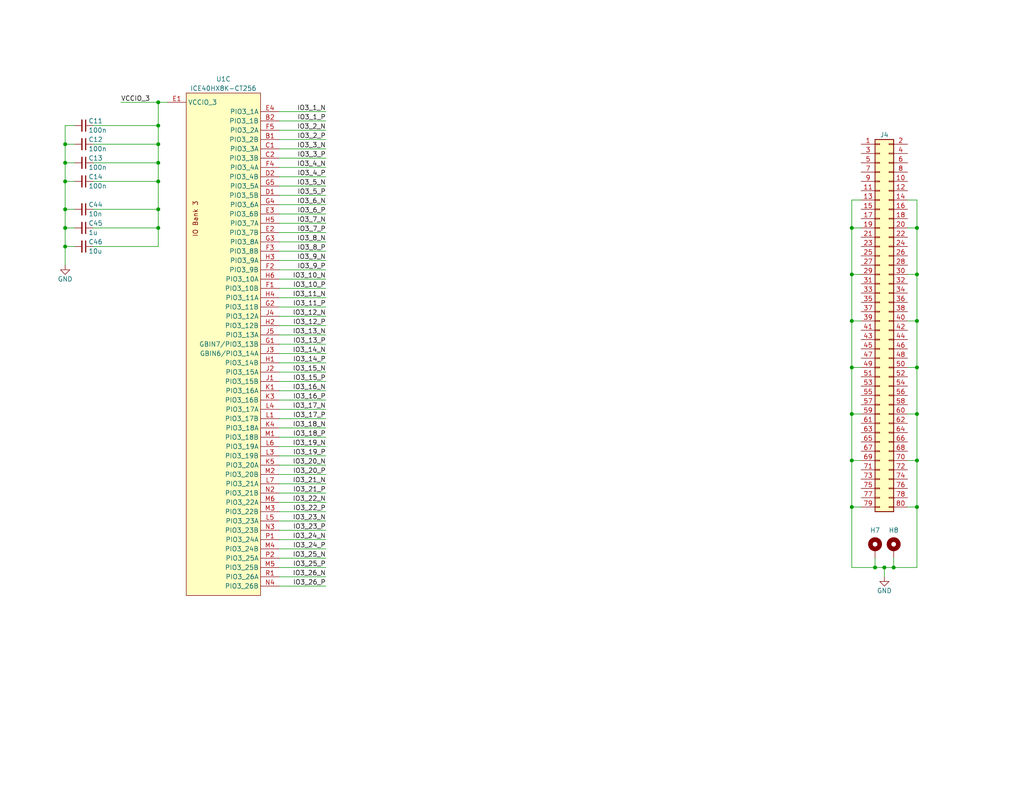
<source format=kicad_sch>
(kicad_sch (version 20211123) (generator eeschema)
  (paper "USLetter")
  (title_block (title "iCE40HX8K Development Board") (date "2022-04-30") (rev "0.1") (company "© 2022 Sam Hanes, licensed under CERN-OHL-S v2+") (comment 1 "https://github.com/Elemecca/ice40-dev"))
  (lib_symbols
    (symbol "0Local:ICE40HX8K-CT256"
      (property "Reference" "U" (at 0 6.35 0))
      (property "Value" "ICE40HX8K-CT256" (at 0 3.81 0))
      (symbol "ICE40HX8K-CT256_1_0"
        (text "Power Input" (at 7.62 -19.05 900) (effects (font (size 1.27 1.27))))
      )
      (symbol "ICE40HX8K-CT256_1_1"
        (rectangle (start -10.16 2.54) (end 10.16 -40.64) (fill (type background)))
        (pin passive line (at -15.24 -38.1 0) (length 5.08) hide (name "GND") (number "A12"))
        (pin passive line (at -15.24 0 0) (length 5.08) hide (name "VCC") (number "A14"))
        (pin passive line (at -15.24 -38.1 0) (length 5.08) hide (name "GND") (number "A4"))
        (pin power_in line (at -15.24 -30.48 0) (length 5.08) (name "VPP_FAST") (number "D12"))
        (pin power_in line (at -15.24 -27.94 0) (length 5.08) (name "VPP_2V5") (number "E12"))
        (pin passive line (at -15.24 -38.1 0) (length 5.08) hide (name "GND") (number "E15"))
        (pin power_in line (at -15.24 -20.32 0) (length 5.08) (name "GNDPLL1") (number "E7"))
        (pin power_in line (at -15.24 -17.78 0) (length 5.08) (name "VCCPLL1") (number "E8"))
        (pin passive line (at -15.24 0 0) (length 5.08) hide (name "VCC") (number "F10"))
        (pin power_in line (at -15.24 0 0) (length 5.08) (name "VCC") (number "F6"))
        (pin passive line (at -15.24 -38.1 0) (length 5.08) hide (name "GND") (number "G7"))
        (pin passive line (at -15.24 -38.1 0) (length 5.08) hide (name "GND") (number "G8"))
        (pin passive line (at -15.24 -38.1 0) (length 5.08) hide (name "GND") (number "G9"))
        (pin passive line (at -15.24 -38.1 0) (length 5.08) hide (name "GND") (number "H7"))
        (pin passive line (at -15.24 -38.1 0) (length 5.08) hide (name "GND") (number "H8"))
        (pin passive line (at -15.24 -38.1 0) (length 5.08) hide (name "GND") (number "H9"))
        (pin passive line (at -15.24 -38.1 0) (length 5.08) hide (name "GND") (number "J7"))
        (pin passive line (at -15.24 -38.1 0) (length 5.08) hide (name "GND") (number "J8"))
        (pin passive line (at -15.24 -38.1 0) (length 5.08) hide (name "GND") (number "J9"))
        (pin passive line (at -15.24 0 0) (length 5.08) hide (name "VCC") (number "K10"))
        (pin passive line (at -15.24 -38.1 0) (length 5.08) hide (name "GND") (number "K2"))
        (pin passive line (at -15.24 0 0) (length 5.08) hide (name "VCC") (number "K6"))
        (pin passive line (at -15.24 -38.1 0) (length 5.08) hide (name "GND") (number "K7"))
        (pin passive line (at -15.24 -38.1 0) (length 5.08) hide (name "GND") (number "L15"))
        (pin passive line (at -15.24 0 0) (length 5.08) hide (name "VCC") (number "L2"))
        (pin power_in line (at -15.24 -7.62 0) (length 5.08) (name "VCCPLL0") (number "L8"))
        (pin power_in line (at -15.24 -10.16 0) (length 5.08) (name "GNDPLL0") (number "N8"))
        (pin passive line (at -15.24 -38.1 0) (length 5.08) hide (name "GND") (number "R7"))
        (pin passive line (at -15.24 -38.1 0) (length 5.08) hide (name "GND") (number "T12"))
        (pin power_in line (at -15.24 -38.1 0) (length 5.08) (name "GND") (number "T4"))
      )
      (symbol "ICE40HX8K-CT256_2_0"
        (polyline (pts (xy -10.16 -15.24) (xy 10.16 -15.24)))
        (text "Config SPI" (at 7.62 -6.35 900) (effects (font (size 1.27 1.27))))
        (text "VCCIO_2" (at 3.81 -19.05 0) (effects (font (size 1.27 1.27))))
      )
      (symbol "ICE40HX8K-CT256_2_1"
        (rectangle (start -10.16 2.54) (end 10.16 -22.86) (fill (type background)))
        (pin output line (at -15.24 -17.78 0) (length 5.08) (name "CDONE") (number "M10"))
        (pin input line (at -15.24 -20.32 0) (length 5.08) (name "~{CRESET}") (number "N11"))
        (pin power_in line (at -15.24 0 0) (length 5.08) (name "VCC_SPI") (number "N13"))
        (pin bidirectional line (at -15.24 -7.62 0) (length 5.08) (name "SDI") (number "P11"))
        (pin bidirectional line (at -15.24 -10.16 0) (length 5.08) (name "SDO") (number "P12"))
        (pin bidirectional line (at -15.24 -5.08 0) (length 5.08) (name "SCK") (number "R11"))
        (pin bidirectional line (at -15.24 -12.7 0) (length 5.08) (name "~{SS}") (number "R12"))
      )
      (symbol "ICE40HX8K-CT256_3_0"
        (text "IO Bank 3" (at -7.62 -31.75 900) (effects (font (size 1.27 1.27))))
      )
      (symbol "ICE40HX8K-CT256_3_1"
        (rectangle (start -10.16 2.54) (end 10.16 -134.62) (fill (type background)))
        (pin tri_state line (at 15.24 -10.16 180) (length 5.08) (name "PIO3_2B") (number "B1"))
        (pin tri_state line (at 15.24 -5.08 180) (length 5.08) (name "PIO3_1B") (number "B2"))
        (pin tri_state line (at 15.24 -12.7 180) (length 5.08) (name "PIO3_3A") (number "C1"))
        (pin tri_state line (at 15.24 -15.24 180) (length 5.08) (name "PIO3_3B") (number "C2"))
        (pin tri_state line (at 15.24 -25.4 180) (length 5.08) (name "PIO3_5B") (number "D1"))
        (pin tri_state line (at 15.24 -20.32 180) (length 5.08) (name "PIO3_4B") (number "D2"))
        (pin power_in line (at -15.24 0 0) (length 5.08) (name "VCCIO_3") (number "E1"))
        (pin tri_state line (at 15.24 -35.56 180) (length 5.08) (name "PIO3_7B") (number "E2"))
        (pin tri_state line (at 15.24 -30.48 180) (length 5.08) (name "PIO3_6B") (number "E3"))
        (pin tri_state line (at 15.24 -2.54 180) (length 5.08) (name "PIO3_1A") (number "E4"))
        (pin tri_state line (at 15.24 -50.8 180) (length 5.08) (name "PIO3_10B") (number "F1"))
        (pin tri_state line (at 15.24 -45.72 180) (length 5.08) (name "PIO3_9B") (number "F2"))
        (pin tri_state line (at 15.24 -40.64 180) (length 5.08) (name "PIO3_8B") (number "F3"))
        (pin tri_state line (at 15.24 -17.78 180) (length 5.08) (name "PIO3_4A") (number "F4"))
        (pin tri_state line (at 15.24 -7.62 180) (length 5.08) (name "PIO3_2A") (number "F5"))
        (pin tri_state line (at 15.24 -66.04 180) (length 5.08) (name "GBIN7/PIO3_13B") (number "G1"))
        (pin tri_state line (at 15.24 -55.88 180) (length 5.08) (name "PIO3_11B") (number "G2"))
        (pin tri_state line (at 15.24 -38.1 180) (length 5.08) (name "PIO3_8A") (number "G3"))
        (pin tri_state line (at 15.24 -27.94 180) (length 5.08) (name "PIO3_6A") (number "G4"))
        (pin tri_state line (at 15.24 -22.86 180) (length 5.08) (name "PIO3_5A") (number "G5"))
        (pin passive line (at -15.24 0 0) (length 5.08) hide (name "VCCIO_3") (number "G6"))
        (pin tri_state line (at 15.24 -71.12 180) (length 5.08) (name "PIO3_14B") (number "H1"))
        (pin tri_state line (at 15.24 -60.96 180) (length 5.08) (name "PIO3_12B") (number "H2"))
        (pin tri_state line (at 15.24 -43.18 180) (length 5.08) (name "PIO3_9A") (number "H3"))
        (pin tri_state line (at 15.24 -53.34 180) (length 5.08) (name "PIO3_11A") (number "H4"))
        (pin tri_state line (at 15.24 -33.02 180) (length 5.08) (name "PIO3_7A") (number "H5"))
        (pin tri_state line (at 15.24 -48.26 180) (length 5.08) (name "PIO3_10A") (number "H6"))
        (pin tri_state line (at 15.24 -76.2 180) (length 5.08) (name "PIO3_15B") (number "J1"))
        (pin tri_state line (at 15.24 -73.66 180) (length 5.08) (name "PIO3_15A") (number "J2"))
        (pin tri_state line (at 15.24 -68.58 180) (length 5.08) (name "GBIN6/PIO3_14A") (number "J3"))
        (pin tri_state line (at 15.24 -58.42 180) (length 5.08) (name "PIO3_12A") (number "J4"))
        (pin tri_state line (at 15.24 -63.5 180) (length 5.08) (name "PIO3_13A") (number "J5"))
        (pin passive line (at -15.24 0 0) (length 5.08) hide (name "VCCIO_3") (number "J6"))
        (pin tri_state line (at 15.24 -78.74 180) (length 5.08) (name "PIO3_16A") (number "K1"))
        (pin tri_state line (at 15.24 -81.28 180) (length 5.08) (name "PIO3_16B") (number "K3"))
        (pin tri_state line (at 15.24 -88.9 180) (length 5.08) (name "PIO3_18A") (number "K4"))
        (pin tri_state line (at 15.24 -99.06 180) (length 5.08) (name "PIO3_20A") (number "K5"))
        (pin tri_state line (at 15.24 -86.36 180) (length 5.08) (name "PIO3_17B") (number "L1"))
        (pin tri_state line (at 15.24 -96.52 180) (length 5.08) (name "PIO3_19B") (number "L3"))
        (pin tri_state line (at 15.24 -83.82 180) (length 5.08) (name "PIO3_17A") (number "L4"))
        (pin tri_state line (at 15.24 -114.3 180) (length 5.08) (name "PIO3_23A") (number "L5"))
        (pin tri_state line (at 15.24 -93.98 180) (length 5.08) (name "PIO3_19A") (number "L6"))
        (pin tri_state line (at 15.24 -104.14 180) (length 5.08) (name "PIO3_21A") (number "L7"))
        (pin tri_state line (at 15.24 -91.44 180) (length 5.08) (name "PIO3_18B") (number "M1"))
        (pin tri_state line (at 15.24 -101.6 180) (length 5.08) (name "PIO3_20B") (number "M2"))
        (pin tri_state line (at 15.24 -111.76 180) (length 5.08) (name "PIO3_22B") (number "M3"))
        (pin tri_state line (at 15.24 -121.92 180) (length 5.08) (name "PIO3_24B") (number "M4"))
        (pin tri_state line (at 15.24 -127 180) (length 5.08) (name "PIO3_25B") (number "M5"))
        (pin tri_state line (at 15.24 -109.22 180) (length 5.08) (name "PIO3_22A") (number "M6"))
        (pin passive line (at -15.24 0 0) (length 5.08) hide (name "VCCIO_3") (number "N1"))
        (pin tri_state line (at 15.24 -106.68 180) (length 5.08) (name "PIO3_21B") (number "N2"))
        (pin tri_state line (at 15.24 -116.84 180) (length 5.08) (name "PIO3_23B") (number "N3"))
        (pin tri_state line (at 15.24 -132.08 180) (length 5.08) (name "PIO3_26B") (number "N4"))
        (pin tri_state line (at 15.24 -119.38 180) (length 5.08) (name "PIO3_24A") (number "P1"))
        (pin tri_state line (at 15.24 -124.46 180) (length 5.08) (name "PIO3_25A") (number "P2"))
        (pin tri_state line (at 15.24 -129.54 180) (length 5.08) (name "PIO3_26A") (number "R1"))
      )
      (symbol "ICE40HX8K-CT256_4_0"
        (text "IO Bank 2" (at -7.62 -33.02 900) (effects (font (size 1.27 1.27))))
      )
      (symbol "ICE40HX8K-CT256_4_1"
        (rectangle (start -10.16 2.54) (end 10.16 -119.38) (fill (type background)))
        (pin tri_state line (at 15.24 -114.3 180) (length 5.08) (name "CBSEL0/PIO2_103") (number "K11"))
        (pin power_in line (at -15.24 0 0) (length 5.08) (name "VCCIO_2") (number "K8"))
        (pin tri_state line (at 15.24 -71.12 180) (length 5.08) (name "GBIN4/PIO2_82") (number "K9"))
        (pin tri_state line (at 15.24 -78.74 180) (length 5.08) (name "PIO2_85") (number "L10"))
        (pin tri_state line (at 15.24 -104.14 180) (length 5.08) (name "PIO2_99") (number "L11"))
        (pin tri_state line (at 15.24 -50.8 180) (length 5.08) (name "PIO2_74") (number "L9"))
        (pin tri_state line (at 15.24 -96.52 180) (length 5.08) (name "PIO2_93") (number "M11"))
        (pin tri_state line (at 15.24 -109.22 180) (length 5.08) (name "PIO2_101") (number "M12"))
        (pin tri_state line (at 15.24 -30.48 180) (length 5.08) (name "PIO2_64") (number "M7"))
        (pin tri_state line (at 15.24 -38.1 180) (length 5.08) (name "PIO2_68") (number "M8"))
        (pin tri_state line (at 15.24 -66.04 180) (length 5.08) (name "PIO2_80") (number "M9"))
        (pin tri_state line (at 15.24 -83.82 180) (length 5.08) (name "PIO2_87") (number "N10"))
        (pin tri_state line (at 15.24 -101.6 180) (length 5.08) (name "PIO2_98") (number "N12"))
        (pin tri_state line (at 15.24 -12.7 180) (length 5.08) (name "PIO2_56") (number "N5"))
        (pin tri_state line (at 15.24 -2.54 180) (length 5.08) (name "PIO2_52") (number "N6"))
        (pin tri_state line (at 15.24 -33.02 180) (length 5.08) (name "PIO2_66") (number "N7"))
        (pin tri_state line (at 15.24 -60.96 180) (length 5.08) (name "PIO2_78") (number "N9"))
        (pin tri_state line (at 15.24 -81.28 180) (length 5.08) (name "PIO2_86") (number "P10"))
        (pin tri_state line (at 15.24 -116.84 180) (length 5.08) (name "CBSEL1/PIO2_104") (number "P13"))
        (pin passive line (at -15.24 0 0) (length 5.08) hide (name "VCCIO_2") (number "P3"))
        (pin tri_state line (at 15.24 -7.62 180) (length 5.08) (name "PIO2_54") (number "P4"))
        (pin tri_state line (at 15.24 -17.78 180) (length 5.08) (name "PIO2_58") (number "P5"))
        (pin tri_state line (at 15.24 -35.56 180) (length 5.08) (name "PIO2_67") (number "P6"))
        (pin tri_state line (at 15.24 -58.42 180) (length 5.08) (name "PIO2_77") (number "P7"))
        (pin tri_state line (at 15.24 -45.72 180) (length 5.08) (name "PIO2_72") (number "P8"))
        (pin tri_state line (at 15.24 -73.66 180) (length 5.08) (name "PIO2_83") (number "P9"))
        (pin tri_state line (at 15.24 -76.2 180) (length 5.08) (name "PIO2_84") (number "R10"))
        (pin passive line (at -15.24 0 0) (length 5.08) hide (name "VCCIO_2") (number "R13"))
        (pin tri_state line (at 15.24 -111.76 180) (length 5.08) (name "PIO2_102") (number "R16"))
        (pin tri_state line (at 15.24 -10.16 180) (length 5.08) (name "PIO2_55") (number "R2"))
        (pin tri_state line (at 15.24 -20.32 180) (length 5.08) (name "PIO2_59") (number "R3"))
        (pin tri_state line (at 15.24 -27.94 180) (length 5.08) (name "PIO2_63") (number "R4"))
        (pin tri_state line (at 15.24 -22.86 180) (length 5.08) (name "PIO2_60") (number "R5"))
        (pin tri_state line (at 15.24 -43.18 180) (length 5.08) (name "PIO2_71") (number "R6"))
        (pin passive line (at -15.24 0 0) (length 5.08) hide (name "VCCIO_2") (number "R8"))
        (pin tri_state line (at 15.24 -68.58 180) (length 5.08) (name "GBIN5/PIO2_81") (number "R9"))
        (pin tri_state line (at 15.24 -5.08 180) (length 5.08) (name "PIO2_53") (number "T1"))
        (pin tri_state line (at 15.24 -86.36 180) (length 5.08) (name "PIO2_88") (number "T10"))
        (pin tri_state line (at 15.24 -88.9 180) (length 5.08) (name "PIO2_89") (number "T11"))
        (pin tri_state line (at 15.24 -99.06 180) (length 5.08) (name "PIO2_94") (number "T13"))
        (pin tri_state line (at 15.24 -93.98 180) (length 5.08) (name "PIO2_92") (number "T14"))
        (pin tri_state line (at 15.24 -91.44 180) (length 5.08) (name "PIO2_91") (number "T15"))
        (pin tri_state line (at 15.24 -106.68 180) (length 5.08) (name "PIO2_100") (number "T16"))
        (pin tri_state line (at 15.24 -15.24 180) (length 5.08) (name "PIO2_57") (number "T2"))
        (pin tri_state line (at 15.24 -25.4 180) (length 5.08) (name "PIO2_61") (number "T3"))
        (pin tri_state line (at 15.24 -40.64 180) (length 5.08) (name "PIO2_69") (number "T5"))
        (pin tri_state line (at 15.24 -48.26 180) (length 5.08) (name "PIO2_73") (number "T6"))
        (pin tri_state line (at 15.24 -53.34 180) (length 5.08) (name "PIO2_75") (number "T7"))
        (pin tri_state line (at 15.24 -55.88 180) (length 5.08) (name "PIO2_76") (number "T8"))
        (pin tri_state line (at 15.24 -63.5 180) (length 5.08) (name "PIO2_79") (number "T9"))
      )
      (symbol "ICE40HX8K-CT256_5_0"
        (text "IO Bank 1" (at -7.62 -35.56 900) (effects (font (size 1.27 1.27))))
      )
      (symbol "ICE40HX8K-CT256_5_1"
        (rectangle (start -10.16 2.54) (end 10.16 -134.62) (fill (type background)))
        (pin tri_state line (at 15.24 -127 180) (length 5.08) (name "PIO1_165") (number "B16"))
        (pin power_in line (at -15.24 0 0) (length 5.08) (name "VCCIO_1") (number "C15"))
        (pin tri_state line (at 15.24 -121.92 180) (length 5.08) (name "PIO1_161") (number "C16"))
        (pin tri_state line (at 15.24 -132.08 180) (length 5.08) (name "PIO1_167") (number "D14"))
        (pin tri_state line (at 15.24 -114.3 180) (length 5.08) (name "PIO1_157") (number "D15"))
        (pin tri_state line (at 15.24 -104.14 180) (length 5.08) (name "PIO1_153") (number "D16"))
        (pin tri_state line (at 15.24 -129.54 180) (length 5.08) (name "PIO1_166") (number "E13"))
        (pin tri_state line (at 15.24 -119.38 180) (length 5.08) (name "PIO1_160") (number "E14"))
        (pin tri_state line (at 15.24 -99.06 180) (length 5.08) (name "PIO1_151") (number "E16"))
        (pin tri_state line (at 15.24 -116.84 180) (length 5.08) (name "PIO1_158") (number "F11"))
        (pin tri_state line (at 15.24 -111.76 180) (length 5.08) (name "PIO1_156") (number "F12"))
        (pin tri_state line (at 15.24 -124.46 180) (length 5.08) (name "PIO1_162") (number "F13"))
        (pin tri_state line (at 15.24 -109.22 180) (length 5.08) (name "PIO1_155") (number "F14"))
        (pin tri_state line (at 15.24 -93.98 180) (length 5.08) (name "PIO1_149") (number "F15"))
        (pin tri_state line (at 15.24 -88.9 180) (length 5.08) (name "PIO1_147") (number "F16"))
        (pin tri_state line (at 15.24 -86.36 180) (length 5.08) (name "PIO1_146") (number "G10"))
        (pin tri_state line (at 15.24 -91.44 180) (length 5.08) (name "PIO1_148") (number "G11"))
        (pin tri_state line (at 15.24 -106.68 180) (length 5.08) (name "PIO1_154") (number "G12"))
        (pin tri_state line (at 15.24 -101.6 180) (length 5.08) (name "PIO1_152") (number "G13"))
        (pin tri_state line (at 15.24 -96.52 180) (length 5.08) (name "PIO1_150") (number "G14"))
        (pin tri_state line (at 15.24 -83.82 180) (length 5.08) (name "PIO1_145") (number "G15"))
        (pin tri_state line (at 15.24 -78.74 180) (length 5.08) (name "PIO1_143") (number "G16"))
        (pin passive line (at -15.24 0 0) (length 5.08) hide (name "VCCIO_1") (number "H10"))
        (pin tri_state line (at 15.24 -71.12 180) (length 5.08) (name "GBIN3/PIO1_140") (number "H11"))
        (pin tri_state line (at 15.24 -81.28 180) (length 5.08) (name "PIO1_144") (number "H12"))
        (pin tri_state line (at 15.24 -68.58 180) (length 5.08) (name "PIO1_139") (number "H13"))
        (pin tri_state line (at 15.24 -76.2 180) (length 5.08) (name "PIO1_142") (number "H14"))
        (pin passive line (at -15.24 0 0) (length 5.08) hide (name "VCCIO_1") (number "H15"))
        (pin tri_state line (at 15.24 -73.66 180) (length 5.08) (name "GBIN2/PIO1_141") (number "H16"))
        (pin tri_state line (at 15.24 -35.56 180) (length 5.08) (name "PIO1_122") (number "J10"))
        (pin tri_state line (at 15.24 -40.64 180) (length 5.08) (name "PIO1_126") (number "J11"))
        (pin tri_state line (at 15.24 -60.96 180) (length 5.08) (name "PIO1_136") (number "J12"))
        (pin tri_state line (at 15.24 -63.5 180) (length 5.08) (name "PIO1_137") (number "J13"))
        (pin tri_state line (at 15.24 -58.42 180) (length 5.08) (name "PIO1_134") (number "J14"))
        (pin tri_state line (at 15.24 -50.8 180) (length 5.08) (name "PIO1_130") (number "J15"))
        (pin tri_state line (at 15.24 -66.04 180) (length 5.08) (name "PIO1_138") (number "J16"))
        (pin tri_state line (at 15.24 -30.48 180) (length 5.08) (name "PIO1_120") (number "K12"))
        (pin tri_state line (at 15.24 -45.72 180) (length 5.08) (name "PIO1_128") (number "K13"))
        (pin tri_state line (at 15.24 -48.26 180) (length 5.08) (name "PIO1_129") (number "K14"))
        (pin tri_state line (at 15.24 -53.34 180) (length 5.08) (name "PIO1_131") (number "K15"))
        (pin tri_state line (at 15.24 -55.88 180) (length 5.08) (name "PIO1_133") (number "K16"))
        (pin tri_state line (at 15.24 -20.32 180) (length 5.08) (name "PIO1_116") (number "L12"))
        (pin tri_state line (at 15.24 -25.4 180) (length 5.08) (name "PIO1_118") (number "L13"))
        (pin tri_state line (at 15.24 -27.94 180) (length 5.08) (name "PIO1_119") (number "L14"))
        (pin tri_state line (at 15.24 -43.18 180) (length 5.08) (name "PIO1_127") (number "L16"))
        (pin tri_state line (at 15.24 -15.24 180) (length 5.08) (name "PIO1_114") (number "M13"))
        (pin tri_state line (at 15.24 -17.78 180) (length 5.08) (name "PIO1_115") (number "M14"))
        (pin tri_state line (at 15.24 -38.1 180) (length 5.08) (name "PIO1_123") (number "M15"))
        (pin tri_state line (at 15.24 -33.02 180) (length 5.08) (name "PIO1_121") (number "M16"))
        (pin no_connect line (at -10.16 -132.08 0) (length 5.08) hide (name "NC") (number "N14"))
        (pin passive line (at -15.24 0 0) (length 5.08) hide (name "VCCIO_1") (number "N15"))
        (pin tri_state line (at 15.24 -22.86 180) (length 5.08) (name "PIO1_117") (number "N16"))
        (pin tri_state line (at 15.24 -7.62 180) (length 5.08) (name "PIO1_111") (number "P14"))
        (pin tri_state line (at 15.24 -10.16 180) (length 5.08) (name "PIO1_112") (number "P15"))
        (pin tri_state line (at 15.24 -12.7 180) (length 5.08) (name "PIO1_113") (number "P16"))
        (pin tri_state line (at 15.24 -2.54 180) (length 5.08) (name "PIO1_109") (number "R14"))
        (pin tri_state line (at 15.24 -5.08 180) (length 5.08) (name "PIO1_110") (number "R15"))
      )
      (symbol "ICE40HX8K-CT256_6_0"
        (text "IO Bank 0" (at -7.62 -31.75 900) (effects (font (size 1.27 1.27))))
      )
      (symbol "ICE40HX8K-CT256_6_1"
        (rectangle (start -10.16 2.54) (end 10.16 -134.62) (fill (type background)))
        (pin tri_state line (at 15.24 -114.3 180) (length 5.08) (name "PIO0_220") (number "A1"))
        (pin tri_state line (at 15.24 -45.72 180) (length 5.08) (name "PIO0_186") (number "A10"))
        (pin tri_state line (at 15.24 -48.26 180) (length 5.08) (name "PIO0_187") (number "A11"))
        (pin power_in line (at -15.24 0 0) (length 5.08) (name "VCCIO_0") (number "A13"))
        (pin tri_state line (at 15.24 -22.86 180) (length 5.08) (name "PIO0_177") (number "A15"))
        (pin tri_state line (at 15.24 -20.32 180) (length 5.08) (name "PIO0_176") (number "A16"))
        (pin tri_state line (at 15.24 -109.22 180) (length 5.08) (name "PIO0_218") (number "A2"))
        (pin passive line (at -15.24 0 0) (length 5.08) hide (name "VCCIO_0") (number "A3"))
        (pin tri_state line (at 15.24 -99.06 180) (length 5.08) (name "PIO0_213") (number "A5"))
        (pin tri_state line (at 15.24 -93.98 180) (length 5.08) (name "PIO0_211") (number "A6"))
        (pin tri_state line (at 15.24 -78.74 180) (length 5.08) (name "PIO0_205") (number "A7"))
        (pin passive line (at -15.24 0 0) (length 5.08) hide (name "VCCIO_0") (number "A8"))
        (pin tri_state line (at 15.24 -60.96 180) (length 5.08) (name "PIO0_194") (number "A9"))
        (pin tri_state line (at 15.24 -38.1 180) (length 5.08) (name "PIO0_183") (number "B10"))
        (pin tri_state line (at 15.24 -40.64 180) (length 5.08) (name "PIO0_184") (number "B11"))
        (pin tri_state line (at 15.24 -35.56 180) (length 5.08) (name "PIO0_182") (number "B12"))
        (pin tri_state line (at 15.24 -25.4 180) (length 5.08) (name "PIO0_178") (number "B13"))
        (pin tri_state line (at 15.24 -10.16 180) (length 5.08) (name "PIO0_171") (number "B14"))
        (pin tri_state line (at 15.24 -5.08 180) (length 5.08) (name "PIO0_169") (number "B15"))
        (pin tri_state line (at 15.24 -121.92 180) (length 5.08) (name "PIO0_223") (number "B3"))
        (pin tri_state line (at 15.24 -106.68 180) (length 5.08) (name "PIO0_216") (number "B4"))
        (pin tri_state line (at 15.24 -101.6 180) (length 5.08) (name "PIO0_214") (number "B5"))
        (pin tri_state line (at 15.24 -86.36 180) (length 5.08) (name "PIO0_208") (number "B6"))
        (pin tri_state line (at 15.24 -83.82 180) (length 5.08) (name "PIO0_207") (number "B7"))
        (pin tri_state line (at 15.24 -76.2 180) (length 5.08) (name "PIO0_203") (number "B8"))
        (pin tri_state line (at 15.24 -71.12 180) (length 5.08) (name "PIO0_199") (number "B9"))
        (pin tri_state line (at 15.24 -43.18 180) (length 5.08) (name "PIO0_185") (number "C10"))
        (pin tri_state line (at 15.24 -30.48 180) (length 5.08) (name "PIO0_180") (number "C11"))
        (pin tri_state line (at 15.24 -12.7 180) (length 5.08) (name "PIO0_172") (number "C12"))
        (pin tri_state line (at 15.24 -17.78 180) (length 5.08) (name "PIO0_174") (number "C13"))
        (pin tri_state line (at 15.24 -2.54 180) (length 5.08) (name "PIO0_168") (number "C14"))
        (pin tri_state line (at 15.24 -132.08 180) (length 5.08) (name "PIO0_227") (number "C3"))
        (pin tri_state line (at 15.24 -119.38 180) (length 5.08) (name "PIO0_222") (number "C4"))
        (pin tri_state line (at 15.24 -116.84 180) (length 5.08) (name "PIO0_221") (number "C5"))
        (pin tri_state line (at 15.24 -88.9 180) (length 5.08) (name "PIO0_209") (number "C6"))
        (pin tri_state line (at 15.24 -81.28 180) (length 5.08) (name "PIO0_206") (number "C7"))
        (pin tri_state line (at 15.24 -66.04 180) (length 5.08) (name "GBIN1/PIO0_197") (number "C8"))
        (pin tri_state line (at 15.24 -53.34 180) (length 5.08) (name "PIO0_191") (number "C9"))
        (pin tri_state line (at 15.24 -50.8 180) (length 5.08) (name "PIO0_190") (number "D10"))
        (pin tri_state line (at 15.24 -33.02 180) (length 5.08) (name "PIO0_181") (number "D11"))
        (pin tri_state line (at 15.24 -7.62 180) (length 5.08) (name "PIO0_170") (number "D13"))
        (pin tri_state line (at 15.24 -129.54 180) (length 5.08) (name "PIO0_226") (number "D3"))
        (pin tri_state line (at 15.24 -124.46 180) (length 5.08) (name "PIO0_224") (number "D4"))
        (pin tri_state line (at 15.24 -111.76 180) (length 5.08) (name "PIO0_219") (number "D5"))
        (pin tri_state line (at 15.24 -96.52 180) (length 5.08) (name "PIO0_212") (number "D6"))
        (pin tri_state line (at 15.24 -91.44 180) (length 5.08) (name "PIO0_210") (number "D7"))
        (pin tri_state line (at 15.24 -73.66 180) (length 5.08) (name "PIO0_200") (number "D8"))
        (pin tri_state line (at 15.24 -58.42 180) (length 5.08) (name "PIO0_193") (number "D9"))
        (pin tri_state line (at 15.24 -27.94 180) (length 5.08) (name "PIO0_179") (number "E10"))
        (pin tri_state line (at 15.24 -15.24 180) (length 5.08) (name "PIO0_173") (number "E11"))
        (pin tri_state line (at 15.24 -127 180) (length 5.08) (name "PIO0_225") (number "E5"))
        (pin tri_state line (at 15.24 -104.14 180) (length 5.08) (name "PIO0_215") (number "E6"))
        (pin tri_state line (at 15.24 -55.88 180) (length 5.08) (name "PIO0_192") (number "E9"))
        (pin tri_state line (at 15.24 -68.58 180) (length 5.08) (name "GBIN0/PIO0_198") (number "F7"))
        (pin passive line (at -15.24 0 0) (length 5.08) hide (name "VCCIO_0") (number "F8"))
        (pin tri_state line (at 15.24 -63.5 180) (length 5.08) (name "PIO0_196") (number "F9"))
      )
    )
    (symbol "Connector_Generic:Conn_02x40_Odd_Even" (pin_names (offset 1.016) hide)
      (property "Reference" "J" (at 1.27 50.8 0))
      (property "Value" "Conn_02x40_Odd_Even" (at 1.27 -53.34 0))
      (symbol "Conn_02x40_Odd_Even_1_1"
        (rectangle (start -1.27 -50.673) (end 0 -50.927) (stroke (width 0.1524)))
        (rectangle (start -1.27 -48.133) (end 0 -48.387) (stroke (width 0.1524)))
        (rectangle (start -1.27 -45.593) (end 0 -45.847) (stroke (width 0.1524)))
        (rectangle (start -1.27 -43.053) (end 0 -43.307) (stroke (width 0.1524)))
        (rectangle (start -1.27 -40.513) (end 0 -40.767) (stroke (width 0.1524)))
        (rectangle (start -1.27 -37.973) (end 0 -38.227) (stroke (width 0.1524)))
        (rectangle (start -1.27 -35.433) (end 0 -35.687) (stroke (width 0.1524)))
        (rectangle (start -1.27 -32.893) (end 0 -33.147) (stroke (width 0.1524)))
        (rectangle (start -1.27 -30.353) (end 0 -30.607) (stroke (width 0.1524)))
        (rectangle (start -1.27 -27.813) (end 0 -28.067) (stroke (width 0.1524)))
        (rectangle (start -1.27 -25.273) (end 0 -25.527) (stroke (width 0.1524)))
        (rectangle (start -1.27 -22.733) (end 0 -22.987) (stroke (width 0.1524)))
        (rectangle (start -1.27 -20.193) (end 0 -20.447) (stroke (width 0.1524)))
        (rectangle (start -1.27 -17.653) (end 0 -17.907) (stroke (width 0.1524)))
        (rectangle (start -1.27 -15.113) (end 0 -15.367) (stroke (width 0.1524)))
        (rectangle (start -1.27 -12.573) (end 0 -12.827) (stroke (width 0.1524)))
        (rectangle (start -1.27 -10.033) (end 0 -10.287) (stroke (width 0.1524)))
        (rectangle (start -1.27 -7.493) (end 0 -7.747) (stroke (width 0.1524)))
        (rectangle (start -1.27 -4.953) (end 0 -5.207) (stroke (width 0.1524)))
        (rectangle (start -1.27 -2.413) (end 0 -2.667) (stroke (width 0.1524)))
        (rectangle (start -1.27 0.127) (end 0 -0.127) (stroke (width 0.1524)))
        (rectangle (start -1.27 2.667) (end 0 2.413) (stroke (width 0.1524)))
        (rectangle (start -1.27 5.207) (end 0 4.953) (stroke (width 0.1524)))
        (rectangle (start -1.27 7.747) (end 0 7.493) (stroke (width 0.1524)))
        (rectangle (start -1.27 10.287) (end 0 10.033) (stroke (width 0.1524)))
        (rectangle (start -1.27 12.827) (end 0 12.573) (stroke (width 0.1524)))
        (rectangle (start -1.27 15.367) (end 0 15.113) (stroke (width 0.1524)))
        (rectangle (start -1.27 17.907) (end 0 17.653) (stroke (width 0.1524)))
        (rectangle (start -1.27 20.447) (end 0 20.193) (stroke (width 0.1524)))
        (rectangle (start -1.27 22.987) (end 0 22.733) (stroke (width 0.1524)))
        (rectangle (start -1.27 25.527) (end 0 25.273) (stroke (width 0.1524)))
        (rectangle (start -1.27 28.067) (end 0 27.813) (stroke (width 0.1524)))
        (rectangle (start -1.27 30.607) (end 0 30.353) (stroke (width 0.1524)))
        (rectangle (start -1.27 33.147) (end 0 32.893) (stroke (width 0.1524)))
        (rectangle (start -1.27 35.687) (end 0 35.433) (stroke (width 0.1524)))
        (rectangle (start -1.27 38.227) (end 0 37.973) (stroke (width 0.1524)))
        (rectangle (start -1.27 40.767) (end 0 40.513) (stroke (width 0.1524)))
        (rectangle (start -1.27 43.307) (end 0 43.053) (stroke (width 0.1524)))
        (rectangle (start -1.27 45.847) (end 0 45.593) (stroke (width 0.1524)))
        (rectangle (start -1.27 48.387) (end 0 48.133) (stroke (width 0.1524)))
        (rectangle (start -1.27 49.53) (end 3.81 -52.07) (stroke (width 0.254)) (fill (type background)))
        (rectangle (start 3.81 -50.673) (end 2.54 -50.927) (stroke (width 0.1524)))
        (rectangle (start 3.81 -48.133) (end 2.54 -48.387) (stroke (width 0.1524)))
        (rectangle (start 3.81 -45.593) (end 2.54 -45.847) (stroke (width 0.1524)))
        (rectangle (start 3.81 -43.053) (end 2.54 -43.307) (stroke (width 0.1524)))
        (rectangle (start 3.81 -40.513) (end 2.54 -40.767) (stroke (width 0.1524)))
        (rectangle (start 3.81 -37.973) (end 2.54 -38.227) (stroke (width 0.1524)))
        (rectangle (start 3.81 -35.433) (end 2.54 -35.687) (stroke (width 0.1524)))
        (rectangle (start 3.81 -32.893) (end 2.54 -33.147) (stroke (width 0.1524)))
        (rectangle (start 3.81 -30.353) (end 2.54 -30.607) (stroke (width 0.1524)))
        (rectangle (start 3.81 -27.813) (end 2.54 -28.067) (stroke (width 0.1524)))
        (rectangle (start 3.81 -25.273) (end 2.54 -25.527) (stroke (width 0.1524)))
        (rectangle (start 3.81 -22.733) (end 2.54 -22.987) (stroke (width 0.1524)))
        (rectangle (start 3.81 -20.193) (end 2.54 -20.447) (stroke (width 0.1524)))
        (rectangle (start 3.81 -17.653) (end 2.54 -17.907) (stroke (width 0.1524)))
        (rectangle (start 3.81 -15.113) (end 2.54 -15.367) (stroke (width 0.1524)))
        (rectangle (start 3.81 -12.573) (end 2.54 -12.827) (stroke (width 0.1524)))
        (rectangle (start 3.81 -10.033) (end 2.54 -10.287) (stroke (width 0.1524)))
        (rectangle (start 3.81 -7.493) (end 2.54 -7.747) (stroke (width 0.1524)))
        (rectangle (start 3.81 -4.953) (end 2.54 -5.207) (stroke (width 0.1524)))
        (rectangle (start 3.81 -2.413) (end 2.54 -2.667) (stroke (width 0.1524)))
        (rectangle (start 3.81 0.127) (end 2.54 -0.127) (stroke (width 0.1524)))
        (rectangle (start 3.81 2.667) (end 2.54 2.413) (stroke (width 0.1524)))
        (rectangle (start 3.81 5.207) (end 2.54 4.953) (stroke (width 0.1524)))
        (rectangle (start 3.81 7.747) (end 2.54 7.493) (stroke (width 0.1524)))
        (rectangle (start 3.81 10.287) (end 2.54 10.033) (stroke (width 0.1524)))
        (rectangle (start 3.81 12.827) (end 2.54 12.573) (stroke (width 0.1524)))
        (rectangle (start 3.81 15.367) (end 2.54 15.113) (stroke (width 0.1524)))
        (rectangle (start 3.81 17.907) (end 2.54 17.653) (stroke (width 0.1524)))
        (rectangle (start 3.81 20.447) (end 2.54 20.193) (stroke (width 0.1524)))
        (rectangle (start 3.81 22.987) (end 2.54 22.733) (stroke (width 0.1524)))
        (rectangle (start 3.81 25.527) (end 2.54 25.273) (stroke (width 0.1524)))
        (rectangle (start 3.81 28.067) (end 2.54 27.813) (stroke (width 0.1524)))
        (rectangle (start 3.81 30.607) (end 2.54 30.353) (stroke (width 0.1524)))
        (rectangle (start 3.81 33.147) (end 2.54 32.893) (stroke (width 0.1524)))
        (rectangle (start 3.81 35.687) (end 2.54 35.433) (stroke (width 0.1524)))
        (rectangle (start 3.81 38.227) (end 2.54 37.973) (stroke (width 0.1524)))
        (rectangle (start 3.81 40.767) (end 2.54 40.513) (stroke (width 0.1524)))
        (rectangle (start 3.81 43.307) (end 2.54 43.053) (stroke (width 0.1524)))
        (rectangle (start 3.81 45.847) (end 2.54 45.593) (stroke (width 0.1524)))
        (rectangle (start 3.81 48.387) (end 2.54 48.133) (stroke (width 0.1524)))
        (pin passive line (at -5.08 48.26 0) (length 3.81) (name "Pin_1") (number "1"))
        (pin passive line (at 7.62 38.1 180) (length 3.81) (name "Pin_10") (number "10"))
        (pin passive line (at -5.08 35.56 0) (length 3.81) (name "Pin_11") (number "11"))
        (pin passive line (at 7.62 35.56 180) (length 3.81) (name "Pin_12") (number "12"))
        (pin passive line (at -5.08 33.02 0) (length 3.81) (name "Pin_13") (number "13"))
        (pin passive line (at 7.62 33.02 180) (length 3.81) (name "Pin_14") (number "14"))
        (pin passive line (at -5.08 30.48 0) (length 3.81) (name "Pin_15") (number "15"))
        (pin passive line (at 7.62 30.48 180) (length 3.81) (name "Pin_16") (number "16"))
        (pin passive line (at -5.08 27.94 0) (length 3.81) (name "Pin_17") (number "17"))
        (pin passive line (at 7.62 27.94 180) (length 3.81) (name "Pin_18") (number "18"))
        (pin passive line (at -5.08 25.4 0) (length 3.81) (name "Pin_19") (number "19"))
        (pin passive line (at 7.62 48.26 180) (length 3.81) (name "Pin_2") (number "2"))
        (pin passive line (at 7.62 25.4 180) (length 3.81) (name "Pin_20") (number "20"))
        (pin passive line (at -5.08 22.86 0) (length 3.81) (name "Pin_21") (number "21"))
        (pin passive line (at 7.62 22.86 180) (length 3.81) (name "Pin_22") (number "22"))
        (pin passive line (at -5.08 20.32 0) (length 3.81) (name "Pin_23") (number "23"))
        (pin passive line (at 7.62 20.32 180) (length 3.81) (name "Pin_24") (number "24"))
        (pin passive line (at -5.08 17.78 0) (length 3.81) (name "Pin_25") (number "25"))
        (pin passive line (at 7.62 17.78 180) (length 3.81) (name "Pin_26") (number "26"))
        (pin passive line (at -5.08 15.24 0) (length 3.81) (name "Pin_27") (number "27"))
        (pin passive line (at 7.62 15.24 180) (length 3.81) (name "Pin_28") (number "28"))
        (pin passive line (at -5.08 12.7 0) (length 3.81) (name "Pin_29") (number "29"))
        (pin passive line (at -5.08 45.72 0) (length 3.81) (name "Pin_3") (number "3"))
        (pin passive line (at 7.62 12.7 180) (length 3.81) (name "Pin_30") (number "30"))
        (pin passive line (at -5.08 10.16 0) (length 3.81) (name "Pin_31") (number "31"))
        (pin passive line (at 7.62 10.16 180) (length 3.81) (name "Pin_32") (number "32"))
        (pin passive line (at -5.08 7.62 0) (length 3.81) (name "Pin_33") (number "33"))
        (pin passive line (at 7.62 7.62 180) (length 3.81) (name "Pin_34") (number "34"))
        (pin passive line (at -5.08 5.08 0) (length 3.81) (name "Pin_35") (number "35"))
        (pin passive line (at 7.62 5.08 180) (length 3.81) (name "Pin_36") (number "36"))
        (pin passive line (at -5.08 2.54 0) (length 3.81) (name "Pin_37") (number "37"))
        (pin passive line (at 7.62 2.54 180) (length 3.81) (name "Pin_38") (number "38"))
        (pin passive line (at -5.08 0 0) (length 3.81) (name "Pin_39") (number "39"))
        (pin passive line (at 7.62 45.72 180) (length 3.81) (name "Pin_4") (number "4"))
        (pin passive line (at 7.62 0 180) (length 3.81) (name "Pin_40") (number "40"))
        (pin passive line (at -5.08 -2.54 0) (length 3.81) (name "Pin_41") (number "41"))
        (pin passive line (at 7.62 -2.54 180) (length 3.81) (name "Pin_42") (number "42"))
        (pin passive line (at -5.08 -5.08 0) (length 3.81) (name "Pin_43") (number "43"))
        (pin passive line (at 7.62 -5.08 180) (length 3.81) (name "Pin_44") (number "44"))
        (pin passive line (at -5.08 -7.62 0) (length 3.81) (name "Pin_45") (number "45"))
        (pin passive line (at 7.62 -7.62 180) (length 3.81) (name "Pin_46") (number "46"))
        (pin passive line (at -5.08 -10.16 0) (length 3.81) (name "Pin_47") (number "47"))
        (pin passive line (at 7.62 -10.16 180) (length 3.81) (name "Pin_48") (number "48"))
        (pin passive line (at -5.08 -12.7 0) (length 3.81) (name "Pin_49") (number "49"))
        (pin passive line (at -5.08 43.18 0) (length 3.81) (name "Pin_5") (number "5"))
        (pin passive line (at 7.62 -12.7 180) (length 3.81) (name "Pin_50") (number "50"))
        (pin passive line (at -5.08 -15.24 0) (length 3.81) (name "Pin_51") (number "51"))
        (pin passive line (at 7.62 -15.24 180) (length 3.81) (name "Pin_52") (number "52"))
        (pin passive line (at -5.08 -17.78 0) (length 3.81) (name "Pin_53") (number "53"))
        (pin passive line (at 7.62 -17.78 180) (length 3.81) (name "Pin_54") (number "54"))
        (pin passive line (at -5.08 -20.32 0) (length 3.81) (name "Pin_55") (number "55"))
        (pin passive line (at 7.62 -20.32 180) (length 3.81) (name "Pin_56") (number "56"))
        (pin passive line (at -5.08 -22.86 0) (length 3.81) (name "Pin_57") (number "57"))
        (pin passive line (at 7.62 -22.86 180) (length 3.81) (name "Pin_58") (number "58"))
        (pin passive line (at -5.08 -25.4 0) (length 3.81) (name "Pin_59") (number "59"))
        (pin passive line (at 7.62 43.18 180) (length 3.81) (name "Pin_6") (number "6"))
        (pin passive line (at 7.62 -25.4 180) (length 3.81) (name "Pin_60") (number "60"))
        (pin passive line (at -5.08 -27.94 0) (length 3.81) (name "Pin_61") (number "61"))
        (pin passive line (at 7.62 -27.94 180) (length 3.81) (name "Pin_62") (number "62"))
        (pin passive line (at -5.08 -30.48 0) (length 3.81) (name "Pin_63") (number "63"))
        (pin passive line (at 7.62 -30.48 180) (length 3.81) (name "Pin_64") (number "64"))
        (pin passive line (at -5.08 -33.02 0) (length 3.81) (name "Pin_65") (number "65"))
        (pin passive line (at 7.62 -33.02 180) (length 3.81) (name "Pin_66") (number "66"))
        (pin passive line (at -5.08 -35.56 0) (length 3.81) (name "Pin_67") (number "67"))
        (pin passive line (at 7.62 -35.56 180) (length 3.81) (name "Pin_68") (number "68"))
        (pin passive line (at -5.08 -38.1 0) (length 3.81) (name "Pin_69") (number "69"))
        (pin passive line (at -5.08 40.64 0) (length 3.81) (name "Pin_7") (number "7"))
        (pin passive line (at 7.62 -38.1 180) (length 3.81) (name "Pin_70") (number "70"))
        (pin passive line (at -5.08 -40.64 0) (length 3.81) (name "Pin_71") (number "71"))
        (pin passive line (at 7.62 -40.64 180) (length 3.81) (name "Pin_72") (number "72"))
        (pin passive line (at -5.08 -43.18 0) (length 3.81) (name "Pin_73") (number "73"))
        (pin passive line (at 7.62 -43.18 180) (length 3.81) (name "Pin_74") (number "74"))
        (pin passive line (at -5.08 -45.72 0) (length 3.81) (name "Pin_75") (number "75"))
        (pin passive line (at 7.62 -45.72 180) (length 3.81) (name "Pin_76") (number "76"))
        (pin passive line (at -5.08 -48.26 0) (length 3.81) (name "Pin_77") (number "77"))
        (pin passive line (at 7.62 -48.26 180) (length 3.81) (name "Pin_78") (number "78"))
        (pin passive line (at -5.08 -50.8 0) (length 3.81) (name "Pin_79") (number "79"))
        (pin passive line (at 7.62 40.64 180) (length 3.81) (name "Pin_8") (number "8"))
        (pin passive line (at 7.62 -50.8 180) (length 3.81) (name "Pin_80") (number "80"))
        (pin passive line (at -5.08 38.1 0) (length 3.81) (name "Pin_9") (number "9"))
      )
    )
    (symbol "Device:C_Small" (pin_numbers hide) (pin_names (offset 0.254) hide)
      (property "Reference" "C" (at 0.254 1.778 0))
      (property "Value" "C_Small" (at 0.254 -2.032 0))
      (symbol "C_Small_0_1"
        (polyline (pts (xy -1.524 -0.508) (xy 1.524 -0.508)) (stroke (width 0.3302)))
        (polyline (pts (xy -1.524 0.508) (xy 1.524 0.508)) (stroke (width 0.3048)))
      )
      (symbol "C_Small_1_1"
        (pin passive line (at 0 2.54 270) (length 2.032) (name "~") (number "1"))
        (pin passive line (at 0 -2.54 90) (length 2.032) (name "~") (number "2"))
      )
    )
    (symbol "Mechanical:MountingHole_Pad" (pin_numbers hide) (pin_names (offset 1.016) hide)
      (property "Reference" "H" (at 0 6.35 0))
      (property "Value" "MountingHole_Pad" (at 0 4.445 0))
      (symbol "MountingHole_Pad_0_1"
        (circle (center 0 1.27) (radius 1.27) (stroke (width 1.27)))
      )
      (symbol "MountingHole_Pad_1_1"
        (pin input line (at 0 -2.54 90) (length 2.54) (name "1") (number "1"))
      )
    )
    (symbol "power:GND" (power) (pin_names (offset 0))
      (property "Value" "GND" (at 0 -3.81 0))
      (symbol "GND_0_1"
        (polyline (pts (xy 0 0) (xy 0 -1.27) (xy 1.27 -1.27) (xy 0 -2.54) (xy -1.27 -1.27) (xy 0 -1.27)))
      )
      (symbol "GND_1_1"
        (pin power_in line (at 0 0 270) (length 0) hide (name "GND") (number "1"))
      )
    )
  )
  (junction (at 43.18 39.37))
  (junction (at 17.78 39.37))
  (junction (at 243.84 154.94))
  (junction (at 238.76 154.94))
  (junction (at 17.78 49.53))
  (junction (at 250.19 125.73))
  (junction (at 43.18 34.29))
  (junction (at 17.78 67.31))
  (junction (at 43.18 49.53))
  (junction (at 250.19 113.03))
  (junction (at 232.41 138.43))
  (junction (at 232.41 100.33))
  (junction (at 250.19 138.43))
  (junction (at 17.78 44.45))
  (junction (at 43.18 62.23))
  (junction (at 250.19 87.63))
  (junction (at 232.41 62.23))
  (junction (at 43.18 44.45))
  (junction (at 43.18 57.15))
  (junction (at 232.41 74.93))
  (junction (at 232.41 87.63))
  (junction (at 250.19 100.33))
  (junction (at 241.3 154.94))
  (junction (at 232.41 125.73))
  (junction (at 17.78 62.23))
  (junction (at 232.41 113.03))
  (junction (at 250.19 62.23))
  (junction (at 250.19 74.93))
  (junction (at 17.78 57.15))
  (junction (at 43.18 27.94))
  (wire (pts (xy 76.2 124.46) (xy 88.9 124.46)))
  (wire (pts (xy 17.78 67.31) (xy 17.78 62.23)))
  (wire (pts (xy 76.2 35.56) (xy 88.9 35.56)))
  (wire (pts (xy 76.2 91.44) (xy 88.9 91.44)))
  (wire (pts (xy 76.2 33.02) (xy 88.9 33.02)))
  (wire (pts (xy 76.2 48.26) (xy 88.9 48.26)))
  (wire (pts (xy 76.2 63.5) (xy 88.9 63.5)))
  (wire (pts (xy 17.78 62.23) (xy 20.32 62.23)))
  (wire (pts (xy 76.2 114.3) (xy 88.9 114.3)))
  (wire (pts (xy 247.65 138.43) (xy 250.19 138.43)))
  (wire (pts (xy 232.41 87.63) (xy 232.41 100.33)))
  (wire (pts (xy 20.32 39.37) (xy 17.78 39.37)))
  (wire (pts (xy 43.18 44.45) (xy 25.4 44.45)))
  (wire (pts (xy 76.2 139.7) (xy 88.9 139.7)))
  (wire (pts (xy 232.41 74.93) (xy 234.95 74.93)))
  (wire (pts (xy 43.18 62.23) (xy 43.18 67.31)))
  (wire (pts (xy 232.41 100.33) (xy 232.41 113.03)))
  (wire (pts (xy 232.41 113.03) (xy 234.95 113.03)))
  (wire (pts (xy 76.2 60.96) (xy 88.9 60.96)))
  (wire (pts (xy 232.41 125.73) (xy 232.41 138.43)))
  (wire (pts (xy 43.18 49.53) (xy 43.18 57.15)))
  (wire (pts (xy 76.2 144.78) (xy 88.9 144.78)))
  (wire (pts (xy 232.41 54.61) (xy 234.95 54.61)))
  (wire (pts (xy 25.4 62.23) (xy 43.18 62.23)))
  (wire (pts (xy 232.41 138.43) (xy 232.41 154.94)))
  (wire (pts (xy 17.78 57.15) (xy 17.78 49.53)))
  (wire (pts (xy 76.2 93.98) (xy 88.9 93.98)))
  (wire (pts (xy 250.19 100.33) (xy 250.19 113.03)))
  (wire (pts (xy 243.84 152.4) (xy 243.84 154.94)))
  (wire (pts (xy 76.2 45.72) (xy 88.9 45.72)))
  (wire (pts (xy 25.4 57.15) (xy 43.18 57.15)))
  (wire (pts (xy 76.2 78.74) (xy 88.9 78.74)))
  (wire (pts (xy 17.78 44.45) (xy 17.78 49.53)))
  (wire (pts (xy 17.78 49.53) (xy 20.32 49.53)))
  (wire (pts (xy 76.2 121.92) (xy 88.9 121.92)))
  (wire (pts (xy 76.2 160.02) (xy 88.9 160.02)))
  (wire (pts (xy 43.18 34.29) (xy 43.18 39.37)))
  (wire (pts (xy 76.2 132.08) (xy 88.9 132.08)))
  (wire (pts (xy 76.2 96.52) (xy 88.9 96.52)))
  (wire (pts (xy 76.2 157.48) (xy 88.9 157.48)))
  (wire (pts (xy 76.2 137.16) (xy 88.9 137.16)))
  (wire (pts (xy 76.2 147.32) (xy 88.9 147.32)))
  (wire (pts (xy 241.3 154.94) (xy 243.84 154.94)))
  (wire (pts (xy 76.2 152.4) (xy 88.9 152.4)))
  (wire (pts (xy 43.18 39.37) (xy 25.4 39.37)))
  (wire (pts (xy 76.2 43.18) (xy 88.9 43.18)))
  (wire (pts (xy 76.2 99.06) (xy 88.9 99.06)))
  (wire (pts (xy 17.78 57.15) (xy 20.32 57.15)))
  (wire (pts (xy 20.32 34.29) (xy 17.78 34.29)))
  (wire (pts (xy 250.19 113.03) (xy 250.19 125.73)))
  (wire (pts (xy 43.18 27.94) (xy 45.72 27.94)))
  (wire (pts (xy 243.84 154.94) (xy 250.19 154.94)))
  (wire (pts (xy 76.2 109.22) (xy 88.9 109.22)))
  (wire (pts (xy 238.76 152.4) (xy 238.76 154.94)))
  (wire (pts (xy 43.18 27.94) (xy 43.18 34.29)))
  (wire (pts (xy 76.2 40.64) (xy 88.9 40.64)))
  (wire (pts (xy 43.18 57.15) (xy 43.18 62.23)))
  (wire (pts (xy 241.3 157.48) (xy 241.3 154.94)))
  (wire (pts (xy 76.2 129.54) (xy 88.9 129.54)))
  (wire (pts (xy 76.2 83.82) (xy 88.9 83.82)))
  (wire (pts (xy 76.2 116.84) (xy 88.9 116.84)))
  (wire (pts (xy 232.41 62.23) (xy 234.95 62.23)))
  (wire (pts (xy 76.2 119.38) (xy 88.9 119.38)))
  (wire (pts (xy 76.2 38.1) (xy 88.9 38.1)))
  (wire (pts (xy 76.2 104.14) (xy 88.9 104.14)))
  (wire (pts (xy 43.18 49.53) (xy 25.4 49.53)))
  (wire (pts (xy 76.2 81.28) (xy 88.9 81.28)))
  (wire (pts (xy 76.2 71.12) (xy 88.9 71.12)))
  (wire (pts (xy 76.2 111.76) (xy 88.9 111.76)))
  (wire (pts (xy 76.2 154.94) (xy 88.9 154.94)))
  (wire (pts (xy 76.2 106.68) (xy 88.9 106.68)))
  (wire (pts (xy 232.41 87.63) (xy 234.95 87.63)))
  (wire (pts (xy 232.41 54.61) (xy 232.41 62.23)))
  (wire (pts (xy 247.65 100.33) (xy 250.19 100.33)))
  (wire (pts (xy 76.2 127) (xy 88.9 127)))
  (wire (pts (xy 76.2 142.24) (xy 88.9 142.24)))
  (wire (pts (xy 20.32 44.45) (xy 17.78 44.45)))
  (wire (pts (xy 76.2 53.34) (xy 88.9 53.34)))
  (wire (pts (xy 25.4 67.31) (xy 43.18 67.31)))
  (wire (pts (xy 76.2 88.9) (xy 88.9 88.9)))
  (wire (pts (xy 232.41 113.03) (xy 232.41 125.73)))
  (wire (pts (xy 43.18 39.37) (xy 43.18 44.45)))
  (wire (pts (xy 76.2 68.58) (xy 88.9 68.58)))
  (wire (pts (xy 232.41 138.43) (xy 234.95 138.43)))
  (wire (pts (xy 20.32 67.31) (xy 17.78 67.31)))
  (wire (pts (xy 17.78 67.31) (xy 17.78 72.39)))
  (wire (pts (xy 247.65 87.63) (xy 250.19 87.63)))
  (wire (pts (xy 76.2 76.2) (xy 88.9 76.2)))
  (wire (pts (xy 238.76 154.94) (xy 232.41 154.94)))
  (wire (pts (xy 232.41 125.73) (xy 234.95 125.73)))
  (wire (pts (xy 232.41 62.23) (xy 232.41 74.93)))
  (wire (pts (xy 232.41 74.93) (xy 232.41 87.63)))
  (wire (pts (xy 76.2 66.04) (xy 88.9 66.04)))
  (wire (pts (xy 76.2 58.42) (xy 88.9 58.42)))
  (wire (pts (xy 76.2 86.36) (xy 88.9 86.36)))
  (wire (pts (xy 76.2 149.86) (xy 88.9 149.86)))
  (wire (pts (xy 250.19 62.23) (xy 250.19 74.93)))
  (wire (pts (xy 250.19 87.63) (xy 250.19 100.33)))
  (wire (pts (xy 250.19 74.93) (xy 250.19 87.63)))
  (wire (pts (xy 250.19 138.43) (xy 250.19 154.94)))
  (wire (pts (xy 76.2 50.8) (xy 88.9 50.8)))
  (wire (pts (xy 247.65 125.73) (xy 250.19 125.73)))
  (wire (pts (xy 247.65 54.61) (xy 250.19 54.61)))
  (wire (pts (xy 17.78 34.29) (xy 17.78 39.37)))
  (wire (pts (xy 43.18 34.29) (xy 25.4 34.29)))
  (wire (pts (xy 247.65 62.23) (xy 250.19 62.23)))
  (wire (pts (xy 247.65 113.03) (xy 250.19 113.03)))
  (wire (pts (xy 76.2 73.66) (xy 88.9 73.66)))
  (wire (pts (xy 43.18 44.45) (xy 43.18 49.53)))
  (wire (pts (xy 17.78 62.23) (xy 17.78 57.15)))
  (wire (pts (xy 76.2 101.6) (xy 88.9 101.6)))
  (wire (pts (xy 17.78 39.37) (xy 17.78 44.45)))
  (wire (pts (xy 76.2 134.62) (xy 88.9 134.62)))
  (wire (pts (xy 232.41 100.33) (xy 234.95 100.33)))
  (wire (pts (xy 241.3 154.94) (xy 238.76 154.94)))
  (wire (pts (xy 76.2 55.88) (xy 88.9 55.88)))
  (wire (pts (xy 247.65 74.93) (xy 250.19 74.93)))
  (wire (pts (xy 250.19 125.73) (xy 250.19 138.43)))
  (wire (pts (xy 250.19 54.61) (xy 250.19 62.23)))
  (wire (pts (xy 33.02 27.94) (xy 43.18 27.94)))
  (wire (pts (xy 76.2 30.48) (xy 88.9 30.48)))
  (label "IO3_26_N" (at 88.9 157.48 180))
  (label "IO3_17_N" (at 88.9 111.76 180))
  (label "IO3_23_P" (at 88.9 144.78 180))
  (label "IO3_18_N" (at 88.9 116.84 180))
  (label "IO3_25_P" (at 88.9 154.94 180))
  (label "IO3_17_P" (at 88.9 114.3 180))
  (label "IO3_11_N" (at 88.9 81.28 180))
  (label "IO3_12_N" (at 88.9 86.36 180))
  (label "IO3_14_P" (at 88.9 99.06 180))
  (label "IO3_9_N" (at 88.9 71.12 180))
  (label "IO3_5_N" (at 88.9 50.8 180))
  (label "IO3_7_P" (at 88.9 63.5 180))
  (label "IO3_2_N" (at 88.9 35.56 180))
  (label "IO3_21_P" (at 88.9 134.62 180))
  (label "IO3_1_P" (at 88.9 33.02 180))
  (label "IO3_14_N" (at 88.9 96.52 180))
  (label "IO3_4_N" (at 88.9 45.72 180))
  (label "IO3_23_N" (at 88.9 142.24 180))
  (label "IO3_6_N" (at 88.9 55.88 180))
  (label "IO3_26_P" (at 88.9 160.02 180))
  (label "IO3_3_N" (at 88.9 40.64 180))
  (label "IO3_16_P" (at 88.9 109.22 180))
  (label "IO3_19_P" (at 88.9 124.46 180))
  (label "IO3_11_P" (at 88.9 83.82 180))
  (label "IO3_18_P" (at 88.9 119.38 180))
  (label "IO3_24_N" (at 88.9 147.32 180))
  (label "IO3_20_N" (at 88.9 127 180))
  (label "IO3_22_N" (at 88.9 137.16 180))
  (label "IO3_15_P" (at 88.9 104.14 180))
  (label "IO3_20_P" (at 88.9 129.54 180))
  (label "IO3_10_P" (at 88.9 78.74 180))
  (label "IO3_21_N" (at 88.9 132.08 180))
  (label "IO3_13_P" (at 88.9 93.98 180))
  (label "IO3_10_N" (at 88.9 76.2 180))
  (label "IO3_3_P" (at 88.9 43.18 180))
  (label "IO3_2_P" (at 88.9 38.1 180))
  (label "IO3_12_P" (at 88.9 88.9 180))
  (label "IO3_8_P" (at 88.9 68.58 180))
  (label "IO3_9_P" (at 88.9 73.66 180))
  (label "IO3_6_P" (at 88.9 58.42 180))
  (label "IO3_4_P" (at 88.9 48.26 180))
  (label "IO3_1_N" (at 88.9 30.48 180))
  (label "IO3_19_N" (at 88.9 121.92 180))
  (label "IO3_5_P" (at 88.9 53.34 180))
  (label "VCCIO_3" (at 33.02 27.94 0))
  (label "IO3_7_N" (at 88.9 60.96 180))
  (label "IO3_16_N" (at 88.9 106.68 180))
  (label "IO3_13_N" (at 88.9 91.44 180))
  (label "IO3_22_P" (at 88.9 139.7 180))
  (label "IO3_8_N" (at 88.9 66.04 180))
  (label "IO3_15_N" (at 88.9 101.6 180))
  (label "IO3_24_P" (at 88.9 149.86 180))
  (label "IO3_25_N" (at 88.9 152.4 180))
  (symbol (lib_id "power:GND") (at 241.3 157.48 0) (unit 1)
    (property "Reference" "#PWR018" (effects hide))
    (property "Value" "GND" (at 241.3 161.29 0))
  )
  (symbol (lib_id "power:GND") (at 17.78 72.39 0) (unit 1)
    (property "Reference" "#PWR0109" (effects hide))
    (property "Value" "GND" (at 17.78 76.2 0))
  )
  (symbol (lib_id "Mechanical:MountingHole_Pad") (at 243.84 149.86 0) (unit 1)
    (property "Reference" "H8" (at 243.84 144.78 0))
    (property "Value" "9774020633" (effects hide))
    (property "Footprint" "0Local:MountingHole_2.2mm_M2_Pad6mm" (effects hide))
    (property "Datasheet" "https://www.we-online.com/catalog/datasheet/9774020633R.pdf" (effects hide))
  )
  (symbol (lib_id "Device:C_Small") (at 22.86 34.29 270) (unit 1)
    (property "Reference" "C11" (at 24.13 33.02 90) (effects (justify left)))
    (property "Value" "100n" (at 24.13 35.56 90) (effects (justify left)))
    (property "Footprint" "0Local:C_SMD_0402_Pad0.5mm" (effects hide))
  )
  (symbol (lib_id "Device:C_Small") (at 22.86 57.15 270) (unit 1)
    (property "Reference" "C44" (at 24.13 55.88 90) (effects (justify left)))
    (property "Value" "10n" (at 24.13 58.42 90) (effects (justify left)))
    (property "Footprint" "0Local:C_SMD_0402_Pad0.5mm" (effects hide))
  )
  (symbol (lib_id "Device:C_Small") (at 22.86 62.23 270) (unit 1)
    (property "Reference" "C45" (at 24.13 60.96 90) (effects (justify left)))
    (property "Value" "1u" (at 24.13 63.5 90) (effects (justify left)))
    (property "Footprint" "0Local:C_SMD_0402_Pad0.5mm" (effects hide))
  )
  (symbol (lib_id "Device:C_Small") (at 22.86 67.31 270) (unit 1)
    (property "Reference" "C46" (at 24.13 66.04 90) (effects (justify left)))
    (property "Value" "10u" (at 24.13 68.58 90) (effects (justify left)))
    (property "Footprint" "0Local:C_SMD_0402_Pad0.5mm" (effects hide))
  )
  (symbol (lib_id "Device:C_Small") (at 22.86 49.53 270) (unit 1)
    (property "Reference" "C14" (at 24.13 48.26 90) (effects (justify left)))
    (property "Value" "100n" (at 24.13 50.8 90) (effects (justify left)))
    (property "Footprint" "0Local:C_SMD_0402_Pad0.5mm" (effects hide))
  )
  (symbol (lib_id "Device:C_Small") (at 22.86 39.37 270) (unit 1)
    (property "Reference" "C12" (at 24.13 38.1 90) (effects (justify left)))
    (property "Value" "100n" (at 24.13 40.64 90) (effects (justify left)))
    (property "Footprint" "0Local:C_SMD_0402_Pad0.5mm" (effects hide))
  )
  (symbol (lib_id "Mechanical:MountingHole_Pad") (at 238.76 149.86 0) (unit 1)
    (property "Reference" "H7" (at 238.76 144.78 0))
    (property "Value" "9774020633" (effects hide))
    (property "Footprint" "0Local:MountingHole_2.2mm_M2_Pad6mm" (effects hide))
    (property "Datasheet" "https://www.we-online.com/catalog/datasheet/9774020633R.pdf" (effects hide))
  )
  (symbol (lib_id "0Local:ICE40HX8K-CT256") (at 60.96 27.94 0) (unit 3)
    (property "Reference" "U1" (at 60.96 21.59 0))
    (property "Value" "ICE40HX8K-CT256" (at 60.96 24.13 0))
    (property "Footprint" "0Local:Lattice_caBGA-256_14x14mm_Layout16x16_P0.8mm_Ball0.4mm_Pad0.5mm_SMD" (effects hide))
    (property "Datasheet" "https://www.latticesemi.com/view_document?document_id=49312" (effects hide))
  )
  (symbol (lib_id "Device:C_Small") (at 22.86 44.45 270) (unit 1)
    (property "Reference" "C13" (at 24.13 43.18 90) (effects (justify left)))
    (property "Value" "100n" (at 24.13 45.72 90) (effects (justify left)))
    (property "Footprint" "0Local:C_SMD_0402_Pad0.5mm" (effects hide))
  )
  (symbol (lib_id "Connector_Generic:Conn_02x40_Odd_Even") (at 240.03 87.63 0) (unit 1)
    (property "Reference" "J4" (at 241.3 36.83 0))
    (property "Value" "DF40HC(4.0)-80DS" (effects hide))
    (property "Footprint" "0Local:Hirose_DF40C-80DS" (effects hide))
  )
)
</source>
